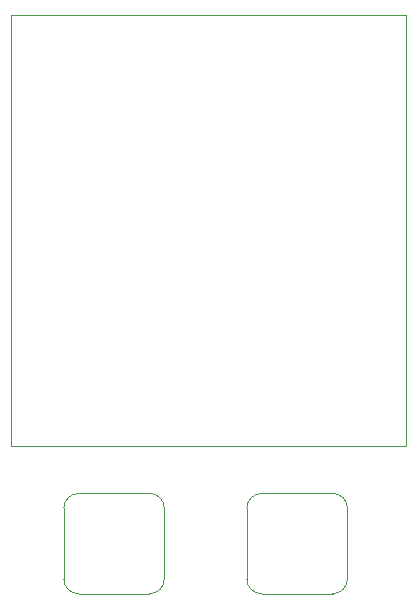
<source format=gbo>
G04 #@! TF.GenerationSoftware,KiCad,Pcbnew,(5.1.5)-3*
G04 #@! TF.CreationDate,2021-12-13T18:27:46+01:00*
G04 #@! TF.ProjectId,LidPCB,4c696450-4342-42e6-9b69-6361645f7063,rev?*
G04 #@! TF.SameCoordinates,Original*
G04 #@! TF.FileFunction,Legend,Bot*
G04 #@! TF.FilePolarity,Positive*
%FSLAX46Y46*%
G04 Gerber Fmt 4.6, Leading zero omitted, Abs format (unit mm)*
G04 Created by KiCad (PCBNEW (5.1.5)-3) date 2021-12-13 18:27:46*
%MOMM*%
%LPD*%
G04 APERTURE LIST*
%ADD10C,0.120000*%
%ADD11C,2.200000*%
G04 APERTURE END LIST*
D10*
X124250000Y-66000000D02*
X157750000Y-66000000D01*
X144250000Y-107750000D02*
X144250000Y-113750000D01*
X145499969Y-106506262D02*
G75*
G03X144250000Y-107750000I-6215J-1243738D01*
G01*
X152756246Y-107750000D02*
G75*
G03X151518738Y-106500000I-1243754J6246D01*
G01*
X144250000Y-113750000D02*
G75*
G03X145500000Y-115000000I1250000J0D01*
G01*
X151506246Y-115000000D02*
G75*
G03X152756246Y-113750000I0J1250000D01*
G01*
X145500000Y-106500000D02*
X151518738Y-106500000D01*
X152756246Y-107750000D02*
X152756246Y-113750000D01*
X145500000Y-115000000D02*
X151506246Y-115000000D01*
X137256246Y-107750000D02*
X137256246Y-113750000D01*
X130000000Y-115000000D02*
X136006246Y-115000000D01*
X129999969Y-106506262D02*
G75*
G03X128750000Y-107750000I-6215J-1243738D01*
G01*
X137256246Y-107750000D02*
G75*
G03X136018738Y-106500000I-1243754J6246D01*
G01*
X136006246Y-115000000D02*
G75*
G03X137256246Y-113750000I0J1250000D01*
G01*
X128750000Y-113750000D02*
G75*
G03X130000000Y-115000000I1250000J0D01*
G01*
X128750000Y-107750000D02*
X128750000Y-113750000D01*
X130000000Y-106500000D02*
X136018738Y-106500000D01*
X157750000Y-102500000D02*
X157750000Y-66000000D01*
X124250000Y-102500000D02*
X157750000Y-102500000D01*
X124250000Y-66000000D02*
X124250000Y-102500000D01*
%LPC*%
D11*
X140870000Y-117350000D03*
X121570000Y-65050000D03*
X160360000Y-65040000D03*
M02*

</source>
